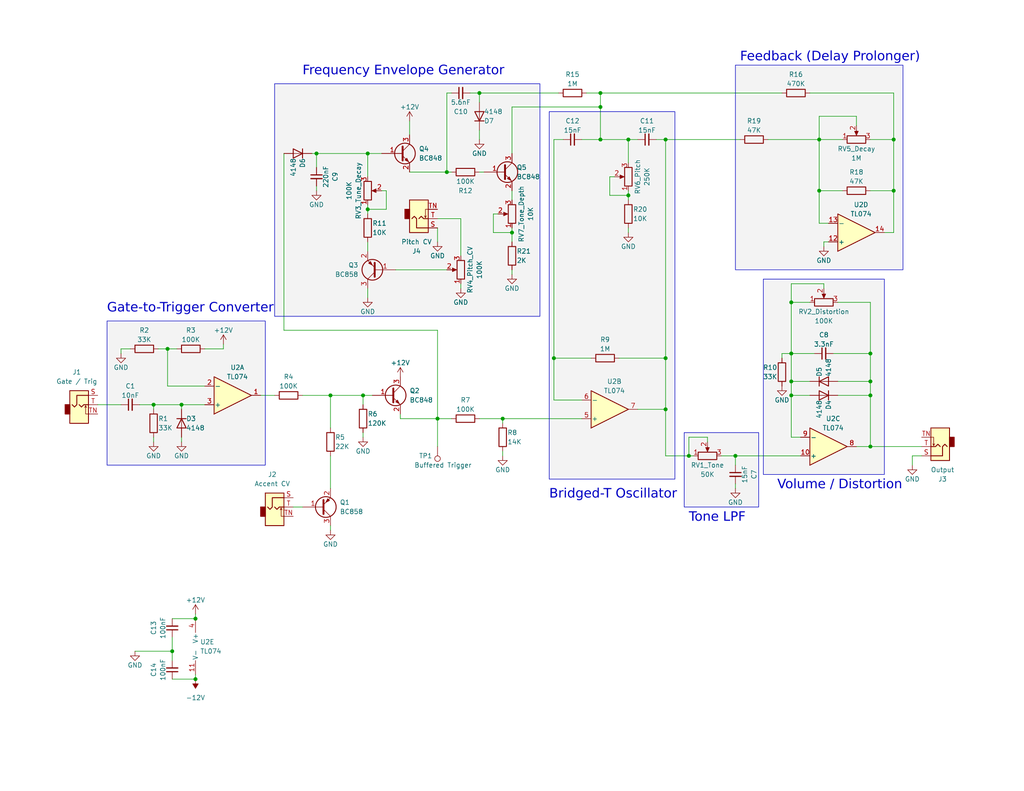
<source format=kicad_sch>
(kicad_sch (version 20230121) (generator eeschema)
  (paper "USLetter")
  (lib_symbols
    (symbol "Amplifier_Operational:TL074" (pin_names (offset 0.127))
      (property "Reference" "U" (at 0 5.08 0))
      (property "Value" "TL074" (at 0 -5.08 0))
      (symbol "TL074_1_1"
        (polyline (pts (xy -5.08 5.08) (xy 5.08 0) (xy -5.08 -5.08) (xy -5.08 5.08)) (stroke (width 0.254)) (fill (type background)))
        (pin output line (at 7.62 0 180) (length 2.54) (name "~") (number "1"))
        (pin input line (at -7.62 -2.54 0) (length 2.54) (name "-") (number "2"))
        (pin input line (at -7.62 2.54 0) (length 2.54) (name "+") (number "3"))
      )
      (symbol "TL074_2_1"
        (polyline (pts (xy -5.08 5.08) (xy 5.08 0) (xy -5.08 -5.08) (xy -5.08 5.08)) (stroke (width 0.254)) (fill (type background)))
        (pin input line (at -7.62 2.54 0) (length 2.54) (name "+") (number "5"))
        (pin input line (at -7.62 -2.54 0) (length 2.54) (name "-") (number "6"))
        (pin output line (at 7.62 0 180) (length 2.54) (name "~") (number "7"))
      )
      (symbol "TL074_3_1"
        (polyline (pts (xy -5.08 5.08) (xy 5.08 0) (xy -5.08 -5.08) (xy -5.08 5.08)) (stroke (width 0.254)) (fill (type background)))
        (pin input line (at -7.62 2.54 0) (length 2.54) (name "+") (number "10"))
        (pin output line (at 7.62 0 180) (length 2.54) (name "~") (number "8"))
        (pin input line (at -7.62 -2.54 0) (length 2.54) (name "-") (number "9"))
      )
      (symbol "TL074_4_1"
        (polyline (pts (xy -5.08 5.08) (xy 5.08 0) (xy -5.08 -5.08) (xy -5.08 5.08)) (stroke (width 0.254)) (fill (type background)))
        (pin input line (at -7.62 2.54 0) (length 2.54) (name "+") (number "12"))
        (pin input line (at -7.62 -2.54 0) (length 2.54) (name "-") (number "13"))
        (pin output line (at 7.62 0 180) (length 2.54) (name "~") (number "14"))
      )
      (symbol "TL074_5_1"
        (pin power_in line (at -2.54 -7.62 90) (length 3.81) (name "V-") (number "11"))
        (pin power_in line (at -2.54 7.62 270) (length 3.81) (name "V+") (number "4"))
      )
    )
    (symbol "Connector:TestPoint" (pin_numbers hide) (pin_names (offset 0.762) hide)
      (property "Reference" "TP" (at 0 6.858 0))
      (property "Value" "TestPoint" (at 0 5.08 0))
      (symbol "TestPoint_0_1"
        (circle (center 0 3.302) (radius 0.762))
      )
      (symbol "TestPoint_1_1"
        (pin passive line (at 0 0 90) (length 2.54) (name "1") (number "1"))
      )
    )
    (symbol "Connector_Audio:AudioJack2_SwitchT"
      (property "Reference" "J" (at 0 8.89 0))
      (property "Value" "AudioJack2_SwitchT" (at 0 6.35 0))
      (symbol "AudioJack2_SwitchT_0_1"
        (rectangle (start -2.54 0) (end -3.81 -2.54) (stroke (width 0.254)) (fill (type outline)))
        (polyline (pts (xy 1.778 -0.254) (xy 2.032 -0.762)))
        (polyline (pts (xy 0 0) (xy 0.635 -0.635) (xy 1.27 0) (xy 2.54 0)) (stroke (width 0.254)))
        (polyline (pts (xy 2.54 -2.54) (xy 1.778 -2.54) (xy 1.778 -0.254) (xy 1.524 -0.762)))
        (polyline (pts (xy 2.54 2.54) (xy -0.635 2.54) (xy -0.635 0) (xy -1.27 -0.635) (xy -1.905 0)) (stroke (width 0.254)))
        (rectangle (start 2.54 3.81) (end -2.54 -5.08) (stroke (width 0.254)) (fill (type background)))
      )
      (symbol "AudioJack2_SwitchT_1_1"
        (pin passive line (at 5.08 2.54 180) (length 2.54) (name "~") (number "S"))
        (pin passive line (at 5.08 0 180) (length 2.54) (name "~") (number "T"))
        (pin passive line (at 5.08 -2.54 180) (length 2.54) (name "~") (number "TN"))
      )
    )
    (symbol "Device:C_Small" (pin_numbers hide) (pin_names (offset 0.254) hide)
      (property "Reference" "C" (at 0.254 1.778 0))
      (property "Value" "C_Small" (at 0.254 -2.032 0))
      (symbol "C_Small_0_1"
        (polyline (pts (xy -1.524 -0.508) (xy 1.524 -0.508)) (stroke (width 0.3302)))
        (polyline (pts (xy -1.524 0.508) (xy 1.524 0.508)) (stroke (width 0.3048)))
      )
      (symbol "C_Small_1_1"
        (pin passive line (at 0 2.54 270) (length 2.032) (name "~") (number "1"))
        (pin passive line (at 0 -2.54 90) (length 2.032) (name "~") (number "2"))
      )
    )
    (symbol "Device:D" (pin_numbers hide) (pin_names (offset 1.016) hide)
      (property "Reference" "D" (at 0 2.54 0))
      (property "Value" "D" (at 0 -2.54 0))
      (symbol "D_0_1"
        (polyline (pts (xy -1.27 1.27) (xy -1.27 -1.27)) (stroke (width 0.254)))
        (polyline (pts (xy 1.27 0) (xy -1.27 0)))
        (polyline (pts (xy 1.27 1.27) (xy 1.27 -1.27) (xy -1.27 0) (xy 1.27 1.27)) (stroke (width 0.254)))
      )
      (symbol "D_1_1"
        (pin passive line (at -3.81 0 0) (length 2.54) (name "K") (number "1"))
        (pin passive line (at 3.81 0 180) (length 2.54) (name "A") (number "2"))
      )
    )
    (symbol "Device:R" (pin_numbers hide) (pin_names (offset 0))
      (property "Reference" "R" (at 2.032 0 90))
      (property "Value" "R" (at 0 0 90))
      (symbol "R_0_1"
        (rectangle (start -1.016 -2.54) (end 1.016 2.54) (stroke (width 0.254)))
      )
      (symbol "R_1_1"
        (pin passive line (at 0 3.81 270) (length 1.27) (name "~") (number "1"))
        (pin passive line (at 0 -3.81 90) (length 1.27) (name "~") (number "2"))
      )
    )
    (symbol "Device:R_Potentiometer" (pin_names (offset 1.016) hide)
      (property "Reference" "RV" (at -4.445 0 90))
      (property "Value" "R_Potentiometer" (at -2.54 0 90))
      (symbol "R_Potentiometer_0_1"
        (polyline (pts (xy 2.54 0) (xy 1.524 0)))
        (polyline (pts (xy 1.143 0) (xy 2.286 0.508) (xy 2.286 -0.508) (xy 1.143 0)) (fill (type outline)))
        (rectangle (start 1.016 2.54) (end -1.016 -2.54) (stroke (width 0.254)))
      )
      (symbol "R_Potentiometer_1_1"
        (pin passive line (at 0 3.81 270) (length 1.27) (name "1") (number "1"))
        (pin passive line (at 3.81 0 180) (length 1.27) (name "2") (number "2"))
        (pin passive line (at 0 -3.81 90) (length 1.27) (name "3") (number "3"))
      )
    )
    (symbol "PCM_4ms_Power-symbol:+12V" (power) (pin_names (offset 0))
      (property "Value" "+12V" (at 0 3.556 0))
      (symbol "+12V_0_1"
        (polyline (pts (xy -0.762 1.27) (xy 0 2.54)))
        (polyline (pts (xy 0 0) (xy 0 2.54)))
        (polyline (pts (xy 0 2.54) (xy 0.762 1.27)))
      )
      (symbol "+12V_1_1"
        (pin power_in line (at 0 0 90) (length 0) hide (name "+12V") (number "1"))
      )
    )
    (symbol "PCM_4ms_Power-symbol:GND" (power) (pin_names (offset 0))
      (property "Value" "GND" (at 0 -3.81 0))
      (symbol "GND_0_1"
        (polyline (pts (xy 0 0) (xy 0 -1.27) (xy 1.27 -1.27) (xy 0 -2.54) (xy -1.27 -1.27) (xy 0 -1.27)))
      )
      (symbol "GND_1_1"
        (pin power_in line (at 0 0 270) (length 0) hide (name "GND") (number "1"))
      )
    )
    (symbol "Transistor_BJT:BC848" (pin_names (offset 0) hide)
      (property "Reference" "Q" (at 5.08 1.905 0))
      (property "Value" "BC848" (at 5.08 0 0))
      (symbol "BC848_0_1"
        (polyline (pts (xy 0.635 0.635) (xy 2.54 2.54)))
        (polyline (pts (xy 0.635 -0.635) (xy 2.54 -2.54) (xy 2.54 -2.54)))
        (polyline (pts (xy 0.635 1.905) (xy 0.635 -1.905) (xy 0.635 -1.905)) (stroke (width 0.508)))
        (polyline (pts (xy 1.27 -1.778) (xy 1.778 -1.27) (xy 2.286 -2.286) (xy 1.27 -1.778) (xy 1.27 -1.778)) (fill (type outline)))
        (circle (center 1.27 0) (radius 2.8194) (stroke (width 0.254)))
      )
      (symbol "BC848_1_1"
        (pin input line (at -5.08 0 0) (length 5.715) (name "B") (number "1"))
        (pin passive line (at 2.54 -5.08 90) (length 2.54) (name "E") (number "2"))
        (pin passive line (at 2.54 5.08 270) (length 2.54) (name "C") (number "3"))
      )
    )
    (symbol "Transistor_BJT:BC858" (pin_names (offset 0) hide)
      (property "Reference" "Q" (at 5.08 1.905 0))
      (property "Value" "BC858" (at 5.08 0 0))
      (symbol "BC858_0_1"
        (polyline (pts (xy 0.635 0.635) (xy 2.54 2.54)))
        (polyline (pts (xy 0.635 -0.635) (xy 2.54 -2.54) (xy 2.54 -2.54)))
        (polyline (pts (xy 0.635 1.905) (xy 0.635 -1.905) (xy 0.635 -1.905)) (stroke (width 0.508)))
        (polyline (pts (xy 2.286 -1.778) (xy 1.778 -2.286) (xy 1.27 -1.27) (xy 2.286 -1.778) (xy 2.286 -1.778)) (fill (type outline)))
        (circle (center 1.27 0) (radius 2.8194) (stroke (width 0.254)))
      )
      (symbol "BC858_1_1"
        (pin input line (at -5.08 0 0) (length 5.715) (name "B") (number "1"))
        (pin passive line (at 2.54 -5.08 90) (length 2.54) (name "E") (number "2"))
        (pin passive line (at 2.54 5.08 270) (length 2.54) (name "C") (number "3"))
      )
    )
    (symbol "power:-12V" (power) (pin_names (offset 0))
      (property "Value" "-12V" (at 0 3.81 0))
      (symbol "-12V_0_0"
        (pin power_in line (at 0 0 90) (length 0) hide (name "-12V") (number "1"))
      )
      (symbol "-12V_0_1"
        (polyline (pts (xy 0 0) (xy 0 1.27) (xy 0.762 1.27) (xy 0 2.54) (xy -0.762 1.27) (xy 0 1.27)) (fill (type outline)))
      )
    )
  )
  (junction (at 243.84 52.07))
  (junction (at 223.52 52.07))
  (junction (at 223.52 38.1))
  (junction (at 187.96 124.46))
  (junction (at 237.49 121.92))
  (junction (at 243.84 38.1))
  (junction (at 215.9 104.14))
  (junction (at 86.36 41.91))
  (junction (at 215.9 82.55))
  (junction (at 99.06 107.95))
  (junction (at 100.33 57.15))
  (junction (at 171.45 53.34))
  (junction (at 100.33 41.91))
  (junction (at 163.83 25.4))
  (junction (at 200.66 124.46))
  (junction (at 163.83 38.1))
  (junction (at 171.45 38.1))
  (junction (at 181.61 111.76))
  (junction (at 139.7 63.5))
  (junction (at 181.61 97.79))
  (junction (at 181.61 38.1))
  (junction (at 237.49 96.52))
  (junction (at 90.17 107.95))
  (junction (at 137.16 114.3))
  (junction (at 41.91 110.49))
  (junction (at 45.72 95.25))
  (junction (at 215.9 96.52))
  (junction (at 53.34 168.91))
  (junction (at 237.49 107.95))
  (junction (at 151.13 97.79))
  (junction (at 163.83 29.21))
  (junction (at 121.92 46.99))
  (junction (at 49.53 110.49))
  (junction (at 130.81 25.4))
  (junction (at 46.99 177.8))
  (junction (at 53.34 185.42))
  (junction (at 215.9 107.95))
  (junction (at 119.38 114.3))
  (junction (at 237.49 104.14))
  (wire (pts (xy 181.61 38.1) (xy 201.93 38.1)))
  (wire (pts (xy 26.67 110.49) (xy 33.02 110.49)))
  (wire (pts (xy 139.7 52.07) (xy 139.7 54.61)))
  (wire (pts (xy 166.37 48.26) (xy 166.37 53.34)))
  (wire (pts (xy 224.79 67.31) (xy 224.79 66.04)))
  (wire (pts (xy 77.47 90.17) (xy 119.38 90.17)))
  (wire (pts (xy 38.1 110.49) (xy 41.91 110.49)))
  (wire (pts (xy 134.62 58.42) (xy 134.62 63.5)))
  (wire (pts (xy 60.96 95.25) (xy 60.96 93.98)))
  (wire (pts (xy 100.33 55.88) (xy 100.33 57.15)))
  (wire (pts (xy 55.88 95.25) (xy 60.96 95.25)))
  (wire (pts (xy 128.27 25.4) (xy 130.81 25.4)))
  (wire (pts (xy 233.68 31.75) (xy 233.68 34.29)))
  (wire (pts (xy 77.47 41.91) (xy 77.47 90.17)))
  (wire (pts (xy 90.17 107.95) (xy 99.06 107.95)))
  (wire (pts (xy 171.45 38.1) (xy 173.99 38.1)))
  (wire (pts (xy 86.36 45.72) (xy 86.36 41.91)))
  (wire (pts (xy 139.7 29.21) (xy 163.83 29.21)))
  (wire (pts (xy 130.81 25.4) (xy 152.4 25.4)))
  (wire (pts (xy 46.99 168.91) (xy 53.34 168.91)))
  (wire (pts (xy 104.14 52.07) (xy 105.41 52.07)))
  (wire (pts (xy 36.83 177.8) (xy 46.99 177.8)))
  (wire (pts (xy 90.17 107.95) (xy 90.17 116.84)))
  (wire (pts (xy 163.83 29.21) (xy 163.83 38.1)))
  (wire (pts (xy 139.7 62.23) (xy 139.7 63.5)))
  (wire (pts (xy 215.9 77.47) (xy 224.79 77.47)))
  (wire (pts (xy 220.98 104.14) (xy 215.9 104.14)))
  (wire (pts (xy 193.04 120.65) (xy 193.04 119.38)))
  (wire (pts (xy 215.9 82.55) (xy 220.98 82.55)))
  (wire (pts (xy 33.02 95.25) (xy 35.56 95.25)))
  (wire (pts (xy 139.7 74.93) (xy 139.7 73.66)))
  (wire (pts (xy 139.7 66.04) (xy 139.7 63.5)))
  (wire (pts (xy 90.17 124.46) (xy 90.17 133.35)))
  (wire (pts (xy 109.22 114.3) (xy 119.38 114.3)))
  (wire (pts (xy 130.81 114.3) (xy 137.16 114.3)))
  (wire (pts (xy 100.33 48.26) (xy 100.33 41.91)))
  (wire (pts (xy 173.99 111.76) (xy 181.61 111.76)))
  (wire (pts (xy 237.49 107.95) (xy 237.49 121.92)))
  (wire (pts (xy 209.55 38.1) (xy 223.52 38.1)))
  (wire (pts (xy 229.87 38.1) (xy 223.52 38.1)))
  (wire (pts (xy 200.66 133.35) (xy 200.66 132.08)))
  (wire (pts (xy 86.36 52.07) (xy 86.36 50.8)))
  (wire (pts (xy 248.92 124.46) (xy 248.92 127)))
  (wire (pts (xy 55.88 105.41) (xy 45.72 105.41)))
  (wire (pts (xy 46.99 173.99) (xy 46.99 177.8)))
  (wire (pts (xy 233.68 31.75) (xy 223.52 31.75)))
  (wire (pts (xy 119.38 59.69) (xy 125.73 59.69)))
  (wire (pts (xy 134.62 63.5) (xy 139.7 63.5)))
  (wire (pts (xy 151.13 38.1) (xy 153.67 38.1)))
  (wire (pts (xy 181.61 97.79) (xy 181.61 111.76)))
  (wire (pts (xy 228.6 82.55) (xy 237.49 82.55)))
  (wire (pts (xy 125.73 78.74) (xy 125.73 77.47)))
  (wire (pts (xy 171.45 54.61) (xy 171.45 53.34)))
  (wire (pts (xy 100.33 41.91) (xy 104.14 41.91)))
  (wire (pts (xy 167.64 48.26) (xy 166.37 48.26)))
  (wire (pts (xy 119.38 90.17) (xy 119.38 114.3)))
  (wire (pts (xy 223.52 31.75) (xy 223.52 38.1)))
  (wire (pts (xy 119.38 114.3) (xy 123.19 114.3)))
  (wire (pts (xy 200.66 124.46) (xy 218.44 124.46)))
  (wire (pts (xy 111.76 46.99) (xy 121.92 46.99)))
  (wire (pts (xy 151.13 38.1) (xy 151.13 97.79)))
  (wire (pts (xy 237.49 121.92) (xy 251.46 121.92)))
  (wire (pts (xy 158.75 38.1) (xy 163.83 38.1)))
  (wire (pts (xy 105.41 52.07) (xy 105.41 57.15)))
  (wire (pts (xy 151.13 97.79) (xy 161.29 97.79)))
  (wire (pts (xy 107.95 73.66) (xy 121.92 73.66)))
  (wire (pts (xy 125.73 59.69) (xy 125.73 69.85)))
  (wire (pts (xy 166.37 53.34) (xy 171.45 53.34)))
  (wire (pts (xy 100.33 81.28) (xy 100.33 78.74)))
  (wire (pts (xy 215.9 96.52) (xy 222.25 96.52)))
  (wire (pts (xy 99.06 107.95) (xy 99.06 110.49)))
  (wire (pts (xy 196.85 124.46) (xy 200.66 124.46)))
  (wire (pts (xy 151.13 97.79) (xy 151.13 109.22)))
  (wire (pts (xy 137.16 114.3) (xy 158.75 114.3)))
  (wire (pts (xy 243.84 52.07) (xy 243.84 63.5)))
  (wire (pts (xy 189.23 124.46) (xy 187.96 124.46)))
  (wire (pts (xy 53.34 184.15) (xy 53.34 185.42)))
  (wire (pts (xy 41.91 110.49) (xy 49.53 110.49)))
  (wire (pts (xy 228.6 107.95) (xy 237.49 107.95)))
  (wire (pts (xy 215.9 107.95) (xy 220.98 107.95)))
  (wire (pts (xy 135.89 58.42) (xy 134.62 58.42)))
  (wire (pts (xy 228.6 104.14) (xy 237.49 104.14)))
  (wire (pts (xy 227.33 96.52) (xy 237.49 96.52)))
  (wire (pts (xy 49.53 110.49) (xy 49.53 111.76)))
  (wire (pts (xy 233.68 121.92) (xy 237.49 121.92)))
  (wire (pts (xy 243.84 38.1) (xy 243.84 52.07)))
  (wire (pts (xy 80.01 138.43) (xy 82.55 138.43)))
  (wire (pts (xy 100.33 58.42) (xy 100.33 57.15)))
  (wire (pts (xy 215.9 104.14) (xy 215.9 107.95)))
  (wire (pts (xy 215.9 82.55) (xy 215.9 96.52)))
  (wire (pts (xy 99.06 107.95) (xy 101.6 107.95)))
  (wire (pts (xy 123.19 25.4) (xy 121.92 25.4)))
  (wire (pts (xy 71.12 107.95) (xy 74.93 107.95)))
  (wire (pts (xy 119.38 62.23) (xy 119.38 66.04)))
  (wire (pts (xy 49.53 110.49) (xy 55.88 110.49)))
  (wire (pts (xy 223.52 60.96) (xy 226.06 60.96)))
  (wire (pts (xy 100.33 57.15) (xy 105.41 57.15)))
  (wire (pts (xy 187.96 119.38) (xy 187.96 124.46)))
  (wire (pts (xy 33.02 96.52) (xy 33.02 95.25)))
  (wire (pts (xy 237.49 96.52) (xy 237.49 104.14)))
  (wire (pts (xy 224.79 66.04) (xy 226.06 66.04)))
  (wire (pts (xy 45.72 95.25) (xy 45.72 105.41)))
  (wire (pts (xy 163.83 25.4) (xy 163.83 29.21)))
  (wire (pts (xy 86.36 41.91) (xy 100.33 41.91)))
  (wire (pts (xy 90.17 143.51) (xy 90.17 144.78)))
  (wire (pts (xy 223.52 38.1) (xy 223.52 52.07)))
  (wire (pts (xy 215.9 96.52) (xy 215.9 104.14)))
  (wire (pts (xy 229.87 52.07) (xy 223.52 52.07)))
  (wire (pts (xy 130.81 35.56) (xy 130.81 38.1)))
  (wire (pts (xy 121.92 25.4) (xy 121.92 46.99)))
  (wire (pts (xy 181.61 124.46) (xy 181.61 111.76)))
  (wire (pts (xy 223.52 52.07) (xy 223.52 60.96)))
  (wire (pts (xy 100.33 66.04) (xy 100.33 68.58)))
  (wire (pts (xy 237.49 52.07) (xy 243.84 52.07)))
  (wire (pts (xy 111.76 33.02) (xy 111.76 36.83)))
  (wire (pts (xy 123.19 46.99) (xy 121.92 46.99)))
  (wire (pts (xy 171.45 52.07) (xy 171.45 53.34)))
  (wire (pts (xy 163.83 38.1) (xy 171.45 38.1)))
  (wire (pts (xy 119.38 121.92) (xy 119.38 114.3)))
  (wire (pts (xy 171.45 44.45) (xy 171.45 38.1)))
  (wire (pts (xy 41.91 110.49) (xy 41.91 111.76)))
  (wire (pts (xy 181.61 124.46) (xy 187.96 124.46)))
  (wire (pts (xy 213.36 96.52) (xy 215.9 96.52)))
  (wire (pts (xy 243.84 25.4) (xy 220.98 25.4)))
  (wire (pts (xy 160.02 25.4) (xy 163.83 25.4)))
  (wire (pts (xy 45.72 95.25) (xy 48.26 95.25)))
  (wire (pts (xy 193.04 119.38) (xy 187.96 119.38)))
  (wire (pts (xy 53.34 167.64) (xy 53.34 168.91)))
  (wire (pts (xy 237.49 104.14) (xy 237.49 107.95)))
  (wire (pts (xy 41.91 119.38) (xy 41.91 120.65)))
  (wire (pts (xy 46.99 185.42) (xy 53.34 185.42)))
  (wire (pts (xy 130.81 25.4) (xy 130.81 27.94)))
  (wire (pts (xy 82.55 107.95) (xy 90.17 107.95)))
  (wire (pts (xy 151.13 109.22) (xy 158.75 109.22)))
  (wire (pts (xy 215.9 77.47) (xy 215.9 82.55)))
  (wire (pts (xy 241.3 63.5) (xy 243.84 63.5)))
  (wire (pts (xy 139.7 29.21) (xy 139.7 41.91)))
  (wire (pts (xy 132.08 46.99) (xy 130.81 46.99)))
  (wire (pts (xy 243.84 25.4) (xy 243.84 38.1)))
  (wire (pts (xy 171.45 63.5) (xy 171.45 62.23)))
  (wire (pts (xy 46.99 177.8) (xy 46.99 180.34)))
  (wire (pts (xy 137.16 123.19) (xy 137.16 124.46)))
  (wire (pts (xy 224.79 77.47) (xy 224.79 78.74)))
  (wire (pts (xy 137.16 115.57) (xy 137.16 114.3)))
  (wire (pts (xy 168.91 97.79) (xy 181.61 97.79)))
  (wire (pts (xy 99.06 119.38) (xy 99.06 118.11)))
  (wire (pts (xy 181.61 38.1) (xy 181.61 97.79)))
  (wire (pts (xy 109.22 114.3) (xy 109.22 113.03)))
  (wire (pts (xy 251.46 124.46) (xy 248.92 124.46)))
  (wire (pts (xy 85.09 41.91) (xy 86.36 41.91)))
  (wire (pts (xy 213.36 97.79) (xy 213.36 96.52)))
  (wire (pts (xy 215.9 119.38) (xy 218.44 119.38)))
  (wire (pts (xy 163.83 25.4) (xy 213.36 25.4)))
  (wire (pts (xy 200.66 127) (xy 200.66 124.46)))
  (wire (pts (xy 179.07 38.1) (xy 181.61 38.1)))
  (wire (pts (xy 237.49 38.1) (xy 243.84 38.1)))
  (wire (pts (xy 237.49 82.55) (xy 237.49 96.52)))
  (wire (pts (xy 49.53 119.38) (xy 49.53 120.65)))
  (wire (pts (xy 43.18 95.25) (xy 45.72 95.25)))
  (wire (pts (xy 215.9 107.95) (xy 215.9 119.38)))
  (rectangle (start 208.28 76.2) (end 241.3 129.54) (fill (type color) (color 0 0 0 0.05)))
  (rectangle (start 29.21 87.63) (end 72.39 127) (fill (type color) (color 0 0 0 0.05)))
  (rectangle (start 200.66 17.78) (end 246.38 73.66) (fill (type color) (color 0 0 0 0.05)))
  (rectangle (start 149.86 30.48) (end 184.15 130.81) (fill (type color) (color 0 0 0 0.05)))
  (rectangle (start 186.69 118.11) (end 207.01 138.43) (fill (type color) (color 0 0 0 0.05)))
  (rectangle (start 74.93 22.86) (end 147.32 86.36) (fill (type color) (color 0 0 0 0.05)))
  (text "Tone LPF" (at 187.96 143.51 0) (effects (font (size 2.54 2.54)) (justify left bottom)))
  (text "Volume / Distortion" (at 212.09 134.62 0) (effects (font (size 2.54 2.54)) (justify left bottom)))
  (text "Bridged-T Oscillator" (at 149.86 137.16 0) (effects (font (size 2.54 2.54)) (justify left bottom)))
  (text "Gate-to-Trigger Converter" (at 29.21 86.36 0) (effects (font (size 2.54 2.54)) (justify left bottom)))
  (text "Feedback (Delay Prolonger)" (at 201.93 17.78 0) (effects (font (size 2.54 2.54)) (justify left bottom)))
  (text "Frequency Envelope Generator" (at 82.55 21.59 0) (effects (font (size 2.54 2.54)) (justify left bottom)))
  (symbol (lib_id "Device:R") (at 78.74 107.95 90) (unit 1)
    (property "Reference" "R4" (at 78.74 102.87 90))
    (property "Value" "100K" (at 78.74 105.41 90))
    (property "Footprint" "Resistor_SMD:R_0805_2012Metric_Pad1.20x1.40mm_HandSolder" (effects hide))
  )
  (symbol (lib_id "Device:R") (at 137.16 119.38 180) (unit 1)
    (property "Reference" "R8" (at 138.43 118.11 0) (effects (justify right)))
    (property "Value" "14K" (at 138.43 120.65 0) (effects (justify right)))
    (property "Footprint" "Resistor_SMD:R_0805_2012Metric_Pad1.20x1.40mm_HandSolder" (effects hide))
  )
  (symbol (lib_id "Amplifier_Operational:TL074") (at 63.5 107.95 0) (mirror x) (unit 1)
    (property "Reference" "U2" (at 64.77 100.33 0))
    (property "Value" "TL074" (at 64.77 102.87 0))
    (property "Datasheet" "http://www.ti.com/lit/ds/symlink/tl071.pdf" (effects hide))
  )
  (symbol (lib_id "PCM_4ms_Power-symbol:+12V") (at 53.34 167.64 0) (unit 1)
    (property "Reference" "#PWR036" (effects hide))
    (property "Value" "+12V" (at 53.34 163.83 0))
  )
  (symbol (lib_id "PCM_4ms_Power-symbol:GND") (at 36.83 177.8 0) (unit 1)
    (property "Reference" "#PWR037" (effects hide))
    (property "Value" "GND" (at 36.83 181.61 0))
  )
  (symbol (lib_id "Amplifier_Operational:TL074") (at 55.88 176.53 0) (unit 5)
    (property "Reference" "U2" (at 54.61 175.26 0) (effects (justify left)))
    (property "Value" "TL074" (at 54.61 177.8 0) (effects (justify left)))
    (property "Datasheet" "http://www.ti.com/lit/ds/symlink/tl071.pdf" (effects hide))
  )
  (symbol (lib_id "Device:C_Small") (at 35.56 110.49 90) (unit 1)
    (property "Reference" "C1" (at 35.56 105.41 90))
    (property "Value" "10nF" (at 35.56 107.95 90))
    (property "Footprint" "Capacitor_SMD:C_0805_2012Metric_Pad1.18x1.45mm_HandSolder" (effects hide))
  )
  (symbol (lib_id "Device:D") (at 224.79 104.14 0) (unit 1)
    (property "Reference" "D5" (at 223.52 102.87 90) (effects (justify left)))
    (property "Value" "4148" (at 226.06 102.87 90) (effects (justify left)))
    (property "Footprint" "Diode_SMD:D_MiniMELF_Handsoldering" (effects hide))
    (property "Sim.Device" "D" (effects hide))
    (property "Sim.Pins" "1=K 2=A" (effects hide))
  )
  (symbol (lib_id "Device:R_Potentiometer") (at 171.45 48.26 180) (unit 1)
    (property "Reference" "RV6_Pitch" (at 173.99 48.26 90))
    (property "Value" "250K" (at 176.53 48.26 90))
    (property "Footprint" "SynthMages:Potentiometer_Alpha_RD901F-40-00D_Single_Vertical_CircularHoles_Shaft_Centered" (effects hide))
  )
  (symbol (lib_id "Device:R") (at 165.1 97.79 90) (unit 1)
    (property "Reference" "R9" (at 165.1 92.71 90))
    (property "Value" "1M" (at 165.1 95.25 90))
    (property "Footprint" "Resistor_SMD:R_0805_2012Metric_Pad1.20x1.40mm_HandSolder" (effects hide))
  )
  (symbol (lib_id "Device:R") (at 41.91 115.57 0) (unit 1)
    (property "Reference" "R1" (at 43.18 114.3 0) (effects (justify left)))
    (property "Value" "33K" (at 43.18 116.84 0) (effects (justify left)))
    (property "Footprint" "Resistor_SMD:R_0805_2012Metric_Pad1.20x1.40mm_HandSolder" (effects hide))
  )
  (symbol (lib_id "PCM_4ms_Power-symbol:GND") (at 125.73 78.74 0) (unit 1)
    (property "Reference" "#PWR024" (effects hide))
    (property "Value" "GND" (at 125.73 82.55 0))
  )
  (symbol (lib_id "Transistor_BJT:BC848") (at 137.16 46.99 0) (unit 1)
    (property "Reference" "Q5" (at 140.97 45.72 0) (effects (justify left)))
    (property "Value" "BC848" (at 140.97 48.26 0) (effects (justify left)))
    (property "Footprint" "Package_TO_SOT_SMD:SOT-23" (effects hide))
    (property "Datasheet" "http://www.infineon.com/dgdl/Infineon-BC847SERIES_BC848SERIES_BC849SERIES_BC850SERIES-DS-v01_01-en.pdf?fileId=db3a304314dca389011541d4630a1657" (effects hide))
  )
  (symbol (lib_id "Device:C_Small") (at 46.99 182.88 180) (unit 1)
    (property "Reference" "C14" (at 41.91 182.88 90))
    (property "Value" "100nF" (at 44.45 182.88 90))
    (property "Footprint" "Capacitor_SMD:C_0805_2012Metric_Pad1.18x1.45mm_HandSolder" (effects hide))
  )
  (symbol (lib_id "Device:C_Small") (at 125.73 25.4 90) (mirror x) (unit 1)
    (property "Reference" "C10" (at 125.73 30.48 90))
    (property "Value" "5.6nF" (at 125.73 27.94 90))
    (property "Footprint" "Capacitor_SMD:C_0805_2012Metric_Pad1.18x1.45mm_HandSolder" (effects hide))
  )
  (symbol (lib_id "Connector_Audio:AudioJack2_SwitchT") (at 74.93 138.43 0) (unit 1)
    (property "Reference" "J2" (at 74.295 129.54 0))
    (property "Value" "Accent CV" (at 74.295 132.08 0))
    (property "Footprint" "SynthMages:Jack_3.5mm_QingPu_WQP-PJ398SM_Vertical_CircularHoles_Socket_Centered" (effects hide))
  )
  (symbol (lib_id "Amplifier_Operational:TL074") (at 226.06 121.92 0) (mirror x) (unit 3)
    (property "Reference" "U2" (at 227.33 114.3 0))
    (property "Value" "TL074" (at 227.33 116.84 0))
    (property "Datasheet" "http://www.ti.com/lit/ds/symlink/tl071.pdf" (effects hide))
  )
  (symbol (lib_id "Device:R_Potentiometer") (at 100.33 52.07 0) (mirror x) (unit 1)
    (property "Reference" "RV3_Tune_Decay" (at 97.79 52.07 90))
    (property "Value" "100K" (at 95.25 52.07 90))
    (property "Footprint" "SynthMages:Potentiometer_Alpha_RD901F-40-00D_Single_Vertical_CircularHoles_Shaft_Centered" (effects hide))
  )
  (symbol (lib_id "Device:C_Small") (at 86.36 48.26 0) (unit 1)
    (property "Reference" "C9" (at 91.44 48.26 90))
    (property "Value" "220nF" (at 88.9 48.26 90))
    (property "Footprint" "Capacitor_SMD:C_0805_2012Metric_Pad1.18x1.45mm_HandSolder" (effects hide))
  )
  (symbol (lib_id "Device:R") (at 213.36 101.6 0) (mirror x) (unit 1)
    (property "Reference" "R10" (at 212.09 100.33 0) (effects (justify right)))
    (property "Value" "33K" (at 212.09 102.87 0) (effects (justify right)))
    (property "Footprint" "Resistor_SMD:R_0805_2012Metric_Pad1.20x1.40mm_HandSolder" (effects hide))
  )
  (symbol (lib_id "PCM_4ms_Power-symbol:+12V") (at 60.96 93.98 0) (unit 1)
    (property "Reference" "#PWR02" (effects hide))
    (property "Value" "+12V" (at 60.96 90.17 0))
  )
  (symbol (lib_id "PCM_4ms_Power-symbol:GND") (at 99.06 119.38 0) (unit 1)
    (property "Reference" "#PWR011" (effects hide))
    (property "Value" "GND" (at 99.06 123.19 0))
  )
  (symbol (lib_id "Device:C_Small") (at 46.99 171.45 180) (unit 1)
    (property "Reference" "C13" (at 41.91 171.45 90))
    (property "Value" "100nF" (at 44.45 171.45 90))
    (property "Footprint" "Capacitor_SMD:C_0805_2012Metric_Pad1.18x1.45mm_HandSolder" (effects hide))
  )
  (symbol (lib_id "Device:R") (at 217.17 25.4 90) (unit 1)
    (property "Reference" "R16" (at 217.17 20.32 90))
    (property "Value" "470K" (at 217.17 22.86 90))
    (property "Footprint" "Resistor_SMD:R_0805_2012Metric_Pad1.20x1.40mm_HandSolder" (effects hide))
  )
  (symbol (lib_id "Device:R") (at 99.06 114.3 180) (unit 1)
    (property "Reference" "R6" (at 100.33 113.03 0) (effects (justify right)))
    (property "Value" "120K" (at 100.33 115.57 0) (effects (justify right)))
    (property "Footprint" "Resistor_SMD:R_0805_2012Metric_Pad1.20x1.40mm_HandSolder" (effects hide))
  )
  (symbol (lib_id "PCM_4ms_Power-symbol:GND") (at 139.7 74.93 0) (unit 1)
    (property "Reference" "#PWR034" (effects hide))
    (property "Value" "GND" (at 139.7 78.74 0))
  )
  (symbol (lib_id "Transistor_BJT:BC858") (at 87.63 138.43 0) (mirror x) (unit 1)
    (property "Reference" "Q1" (at 92.71 137.16 0) (effects (justify left)))
    (property "Value" "BC858" (at 92.71 139.7 0) (effects (justify left)))
    (property "Footprint" "Package_TO_SOT_SMD:SOT-23" (effects hide))
    (property "Datasheet" "https://www.onsemi.com/pub/Collateral/BC860-D.pdf" (effects hide))
  )
  (symbol (lib_id "Connector_Audio:AudioJack2_SwitchT") (at 256.54 121.92 180) (unit 1)
    (property "Reference" "J3" (at 257.175 130.81 0))
    (property "Value" "Output" (at 257.175 128.27 0))
    (property "Footprint" "SynthMages:Jack_3.5mm_QingPu_WQP-PJ398SM_Vertical_CircularHoles_Socket_Centered" (effects hide))
  )
  (symbol (lib_id "PCM_4ms_Power-symbol:GND") (at 90.17 144.78 0) (unit 1)
    (property "Reference" "#PWR010" (effects hide))
    (property "Value" "GND" (at 90.17 148.59 0))
  )
  (symbol (lib_id "Device:R") (at 156.21 25.4 90) (unit 1)
    (property "Reference" "R15" (at 156.21 20.32 90))
    (property "Value" "1M" (at 156.21 22.86 90))
    (property "Footprint" "Resistor_SMD:R_0805_2012Metric_Pad1.20x1.40mm_HandSolder" (effects hide))
  )
  (symbol (lib_id "Transistor_BJT:BC848") (at 109.22 41.91 0) (unit 1)
    (property "Reference" "Q4" (at 114.3 40.64 0) (effects (justify left)))
    (property "Value" "BC848" (at 114.3 43.18 0) (effects (justify left)))
    (property "Footprint" "Package_TO_SOT_SMD:SOT-23" (effects hide))
    (property "Datasheet" "http://www.infineon.com/dgdl/Infineon-BC847SERIES_BC848SERIES_BC849SERIES_BC850SERIES-DS-v01_01-en.pdf?fileId=db3a304314dca389011541d4630a1657" (effects hide))
  )
  (symbol (lib_id "PCM_4ms_Power-symbol:GND") (at 86.36 52.07 0) (unit 1)
    (property "Reference" "#PWR022" (effects hide))
    (property "Value" "GND" (at 86.36 55.88 0))
  )
  (symbol (lib_id "PCM_4ms_Power-symbol:GND") (at 49.53 120.65 0) (unit 1)
    (property "Reference" "#PWR06" (effects hide))
    (property "Value" "GND" (at 49.53 124.46 0))
  )
  (symbol (lib_id "Device:C_Small") (at 224.79 96.52 90) (unit 1)
    (property "Reference" "C8" (at 224.79 91.44 90))
    (property "Value" "3.3nF" (at 224.79 93.98 90))
    (property "Footprint" "Capacitor_SMD:C_0805_2012Metric_Pad1.18x1.45mm_HandSolder" (effects hide))
  )
  (symbol (lib_id "Device:R") (at 127 46.99 90) (mirror x) (unit 1)
    (property "Reference" "R12" (at 127 52.07 90))
    (property "Value" "100K" (at 127 49.53 90))
    (property "Footprint" "Resistor_SMD:R_0805_2012Metric_Pad1.20x1.40mm_HandSolder" (effects hide))
  )
  (symbol (lib_id "Amplifier_Operational:TL074") (at 233.68 63.5 0) (mirror x) (unit 4)
    (property "Reference" "U2" (at 234.95 55.88 0))
    (property "Value" "TL074" (at 234.95 58.42 0))
    (property "Datasheet" "http://www.ti.com/lit/ds/symlink/tl071.pdf" (effects hide))
  )
  (symbol (lib_id "PCM_4ms_Power-symbol:GND") (at 100.33 81.28 0) (unit 1)
    (property "Reference" "#PWR023" (effects hide))
    (property "Value" "GND" (at 100.33 85.09 0))
  )
  (symbol (lib_id "PCM_4ms_Power-symbol:GND") (at 200.66 133.35 0) (unit 1)
    (property "Reference" "#PWR013" (effects hide))
    (property "Value" "GND" (at 200.66 137.16 0))
  )
  (symbol (lib_id "Device:C_Small") (at 176.53 38.1 90) (unit 1)
    (property "Reference" "C11" (at 176.53 33.02 90))
    (property "Value" "15nF" (at 176.53 35.56 90))
    (property "Footprint" "Capacitor_SMD:C_0805_2012Metric_Pad1.18x1.45mm_HandSolder" (effects hide))
  )
  (symbol (lib_id "PCM_4ms_Power-symbol:GND") (at 171.45 63.5 0) (unit 1)
    (property "Reference" "#PWR033" (effects hide))
    (property "Value" "GND" (at 171.45 67.31 0))
  )
  (symbol (lib_id "PCM_4ms_Power-symbol:GND") (at 41.91 120.65 0) (unit 1)
    (property "Reference" "#PWR07" (effects hide))
    (property "Value" "GND" (at 41.91 124.46 0))
  )
  (symbol (lib_id "Device:R") (at 139.7 69.85 180) (unit 1)
    (property "Reference" "R21" (at 140.97 68.58 0) (effects (justify right)))
    (property "Value" "2K" (at 140.97 71.12 0) (effects (justify right)))
    (property "Footprint" "Resistor_SMD:R_0805_2012Metric_Pad1.20x1.40mm_HandSolder" (effects hide))
  )
  (symbol (lib_id "PCM_4ms_Power-symbol:GND") (at 33.02 96.52 0) (unit 1)
    (property "Reference" "#PWR04" (effects hide))
    (property "Value" "GND" (at 33.02 100.33 0))
  )
  (symbol (lib_id "Transistor_BJT:BC848") (at 106.68 107.95 0) (unit 1)
    (property "Reference" "Q2" (at 111.76 106.68 0) (effects (justify left)))
    (property "Value" "BC848" (at 111.76 109.22 0) (effects (justify left)))
    (property "Footprint" "Package_TO_SOT_SMD:SOT-23" (effects hide))
    (property "Datasheet" "http://www.infineon.com/dgdl/Infineon-BC847SERIES_BC848SERIES_BC849SERIES_BC850SERIES-DS-v01_01-en.pdf?fileId=db3a304314dca389011541d4630a1657" (effects hide))
  )
  (symbol (lib_id "Device:R_Potentiometer") (at 139.7 58.42 180) (unit 1)
    (property "Reference" "RV7_Tone_Depth" (at 142.24 58.42 90))
    (property "Value" "10K" (at 144.78 58.42 90))
    (property "Footprint" "SynthMages:Potentiometer_Alpha_RD901F-40-00D_Single_Vertical_CircularHoles_Shaft_Centered" (effects hide))
  )
  (symbol (lib_id "Device:R") (at 233.68 52.07 90) (unit 1)
    (property "Reference" "R18" (at 233.68 46.99 90))
    (property "Value" "47K" (at 233.68 49.53 90))
    (property "Footprint" "Resistor_SMD:R_0805_2012Metric_Pad1.20x1.40mm_HandSolder" (effects hide))
  )
  (symbol (lib_id "Connector:TestPoint") (at 119.38 121.92 180) (unit 1)
    (property "Reference" "TP1" (at 114.3 124.46 0) (effects (justify right)))
    (property "Value" "Buffered Trigger" (at 113.03 127 0) (effects (justify right)))
  )
  (symbol (lib_id "power:-12V") (at 53.34 185.42 180) (unit 1)
    (property "Reference" "#PWR035" (effects hide))
    (property "Value" "-12V" (at 53.34 190.5 0))
  )
  (symbol (lib_id "Device:C_Small") (at 200.66 129.54 0) (unit 1)
    (property "Reference" "C7" (at 205.74 129.54 90))
    (property "Value" "15nF" (at 203.2 129.54 90))
    (property "Footprint" "Capacitor_SMD:C_0805_2012Metric_Pad1.18x1.45mm_HandSolder" (effects hide))
  )
  (symbol (lib_id "Connector_Audio:AudioJack2_SwitchT") (at 114.3 59.69 0) (mirror x) (unit 1)
    (property "Reference" "J4" (at 113.665 68.58 0))
    (property "Value" "Pitch CV" (at 113.665 66.04 0))
    (property "Footprint" "SynthMages:Jack_3.5mm_QingPu_WQP-PJ398SM_Vertical_CircularHoles_Socket_Centered" (effects hide))
  )
  (symbol (lib_id "Amplifier_Operational:TL074") (at 166.37 111.76 0) (mirror x) (unit 2)
    (property "Reference" "U2" (at 167.64 104.14 0))
    (property "Value" "TL074" (at 167.64 106.68 0))
    (property "Datasheet" "http://www.ti.com/lit/ds/symlink/tl071.pdf" (effects hide))
  )
  (symbol (lib_id "Device:R_Potentiometer") (at 233.68 38.1 90) (unit 1)
    (property "Reference" "RV5_Decay" (at 233.68 40.64 90))
    (property "Value" "1M" (at 233.68 43.18 90))
    (property "Footprint" "SynthMages:Potentiometer_Alpha_RD901F-40-00D_Single_Vertical_CircularHoles_Shaft_Centered" (effects hide))
  )
  (symbol (lib_id "Device:D") (at 130.81 31.75 270) (mirror x) (unit 1)
    (property "Reference" "D7" (at 132.08 33.02 90) (effects (justify left)))
    (property "Value" "4148" (at 132.08 30.48 90) (effects (justify left)))
    (property "Footprint" "Diode_SMD:D_MiniMELF_Handsoldering" (effects hide))
    (property "Sim.Device" "D" (effects hide))
    (property "Sim.Pins" "1=K 2=A" (effects hide))
  )
  (symbol (lib_id "Device:R") (at 39.37 95.25 90) (unit 1)
    (property "Reference" "R2" (at 39.37 90.17 90))
    (property "Value" "33K" (at 39.37 92.71 90))
    (property "Footprint" "Resistor_SMD:R_0805_2012Metric_Pad1.20x1.40mm_HandSolder" (effects hide))
  )
  (symbol (lib_id "PCM_4ms_Power-symbol:GND") (at 130.81 38.1 0) (unit 1)
    (property "Reference" "#PWR027" (effects hide))
    (property "Value" "GND" (at 130.81 41.91 0))
  )
  (symbol (lib_id "Device:R") (at 205.74 38.1 90) (unit 1)
    (property "Reference" "R19" (at 205.74 33.02 90))
    (property "Value" "47K" (at 205.74 35.56 90))
    (property "Footprint" "Resistor_SMD:R_0805_2012Metric_Pad1.20x1.40mm_HandSolder" (effects hide))
  )
  (symbol (lib_id "Device:R") (at 90.17 120.65 180) (unit 1)
    (property "Reference" "R5" (at 91.44 119.38 0) (effects (justify right)))
    (property "Value" "22K" (at 91.44 121.92 0) (effects (justify right)))
    (property "Footprint" "Resistor_SMD:R_0805_2012Metric_Pad1.20x1.40mm_HandSolder" (effects hide))
  )
  (symbol (lib_id "PCM_4ms_Power-symbol:GND") (at 224.79 67.31 0) (unit 1)
    (property "Reference" "#PWR032" (effects hide))
    (property "Value" "GND" (at 224.79 71.12 0))
  )
  (symbol (lib_id "Device:R_Potentiometer") (at 224.79 82.55 90) (unit 1)
    (property "Reference" "RV2_Distortion" (at 224.79 85.09 90))
    (property "Value" "100K" (at 224.79 87.63 90))
    (property "Footprint" "SynthMages:Potentiometer_Alpha_RD901F-40-00D_Single_Vertical_CircularHoles_Shaft_Centered" (effects hide))
  )
  (symbol (lib_id "Device:D") (at 224.79 107.95 180) (unit 1)
    (property "Reference" "D4" (at 226.06 109.22 90) (effects (justify left)))
    (property "Value" "4148" (at 223.52 109.22 90) (effects (justify left)))
    (property "Footprint" "Diode_SMD:D_MiniMELF_Handsoldering" (effects hide))
    (property "Sim.Device" "D" (effects hide))
    (property "Sim.Pins" "1=K 2=A" (effects hide))
  )
  (symbol (lib_id "Transistor_BJT:BC858") (at 102.87 73.66 180) (unit 1)
    (property "Reference" "Q3" (at 97.79 72.39 0) (effects (justify left)))
    (property "Value" "BC858" (at 97.79 74.93 0) (effects (justify left)))
    (property "Footprint" "Package_TO_SOT_SMD:SOT-23" (effects hide))
    (property "Datasheet" "https://www.onsemi.com/pub/Collateral/BC860-D.pdf" (effects hide))
  )
  (symbol (lib_id "Device:R_Potentiometer") (at 193.04 124.46 90) (unit 1)
    (property "Reference" "RV1_Tone" (at 193.04 127 90))
    (property "Value" "50K" (at 193.04 129.54 90))
    (property "Footprint" "SynthMages:Potentiometer_Alpha_RD901F-40-00D_Single_Vertical_CircularHoles_Shaft_Centered" (effects hide))
  )
  (symbol (lib_id "PCM_4ms_Power-symbol:GND") (at 213.36 105.41 0) (unit 1)
    (property "Reference" "#PWR018" (effects hide))
    (property "Value" "GND" (at 213.36 109.22 0))
  )
  (symbol (lib_id "Device:D") (at 49.53 115.57 270) (unit 1)
    (property "Reference" "D3" (at 50.8 114.3 90) (effects (justify left)))
    (property "Value" "4148" (at 50.8 116.84 90) (effects (justify left)))
    (property "Footprint" "Diode_SMD:D_MiniMELF_Handsoldering" (effects hide))
    (property "Sim.Device" "D" (effects hide))
    (property "Sim.Pins" "1=K 2=A" (effects hide))
  )
  (symbol (lib_id "PCM_4ms_Power-symbol:+12V") (at 111.76 33.02 0) (unit 1)
    (property "Reference" "#PWR026" (effects hide))
    (property "Value" "+12V" (at 111.76 29.21 0))
  )
  (symbol (lib_id "PCM_4ms_Power-symbol:GND") (at 248.92 127 0) (unit 1)
    (property "Reference" "#PWR017" (effects hide))
    (property "Value" "GND" (at 248.92 130.81 0))
  )
  (symbol (lib_id "Device:C_Small") (at 156.21 38.1 90) (unit 1)
    (property "Reference" "C12" (at 156.21 33.02 90))
    (property "Value" "15nF" (at 156.21 35.56 90))
    (property "Footprint" "Capacitor_SMD:C_0805_2012Metric_Pad1.18x1.45mm_HandSolder" (effects hide))
  )
  (symbol (lib_id "Device:R") (at 100.33 62.23 180) (unit 1)
    (property "Reference" "R11" (at 101.6 60.96 0) (effects (justify right)))
    (property "Value" "10K" (at 101.6 63.5 0) (effects (justify right)))
    (property "Footprint" "Resistor_SMD:R_0805_2012Metric_Pad1.20x1.40mm_HandSolder" (effects hide))
  )
  (symbol (lib_id "Device:R_Potentiometer") (at 125.73 73.66 180) (unit 1)
    (property "Reference" "RV4_Pitch_CV" (at 128.27 73.66 90))
    (property "Value" "100K" (at 130.81 73.66 90))
    (property "Footprint" "SynthMages:Potentiometer_Alpha_RD901F-40-00D_Single_Vertical_CircularHoles_Shaft_Centered" (effects hide))
  )
  (symbol (lib_id "Connector_Audio:AudioJack2_SwitchT") (at 21.59 110.49 0) (unit 1)
    (property "Reference" "J1" (at 20.955 101.6 0))
    (property "Value" "Gate / Trig" (at 20.955 104.14 0))
    (property "Footprint" "SynthMages:Jack_3.5mm_QingPu_WQP-PJ398SM_Vertical_CircularHoles_Socket_Centered" (effects hide))
  )
  (symbol (lib_id "PCM_4ms_Power-symbol:GND") (at 137.16 124.46 0) (unit 1)
    (property "Reference" "#PWR012" (effects hide))
    (property "Value" "GND" (at 137.16 128.27 0))
  )
  (symbol (lib_id "Device:R") (at 127 114.3 90) (unit 1)
    (property "Reference" "R7" (at 127 109.22 90))
    (property "Value" "100K" (at 127 111.76 90))
    (property "Footprint" "Resistor_SMD:R_0805_2012Metric_Pad1.20x1.40mm_HandSolder" (effects hide))
  )
  (symbol (lib_id "Device:R") (at 52.07 95.25 90) (unit 1)
    (property "Reference" "R3" (at 52.07 90.17 90))
    (property "Value" "100K" (at 52.07 92.71 90))
    (property "Footprint" "Resistor_SMD:R_0805_2012Metric_Pad1.20x1.40mm_HandSolder" (effects hide))
  )
  (symbol (lib_id "Device:R") (at 171.45 58.42 180) (unit 1)
    (property "Reference" "R20" (at 172.72 57.15 0) (effects (justify right)))
    (property "Value" "10K" (at 172.72 59.69 0) (effects (justify right)))
    (property "Footprint" "Resistor_SMD:R_0805_2012Metric_Pad1.20x1.40mm_HandSolder" (effects hide))
  )
  (symbol (lib_id "PCM_4ms_Power-symbol:+12V") (at 109.22 102.87 0) (unit 1)
    (property "Reference" "#PWR05" (effects hide))
    (property "Value" "+12V" (at 109.22 99.06 0))
  )
  (symbol (lib_id "Device:D") (at 81.28 41.91 180) (unit 1)
    (property "Reference" "D6" (at 82.55 43.18 90) (effects (justify left)))
    (property "Value" "4148" (at 80.01 43.18 90) (effects (justify left)))
    (property "Footprint" "Diode_SMD:D_MiniMELF_Handsoldering" (effects hide))
    (property "Sim.Device" "D" (effects hide))
    (property "Sim.Pins" "1=K 2=A" (effects hide))
  )
  (symbol (lib_id "PCM_4ms_Power-symbol:GND") (at 119.38 66.04 0) (unit 1)
    (property "Reference" "#PWR025" (effects hide))
    (property "Value" "GND" (at 119.38 69.85 0))
  )
)
</source>
